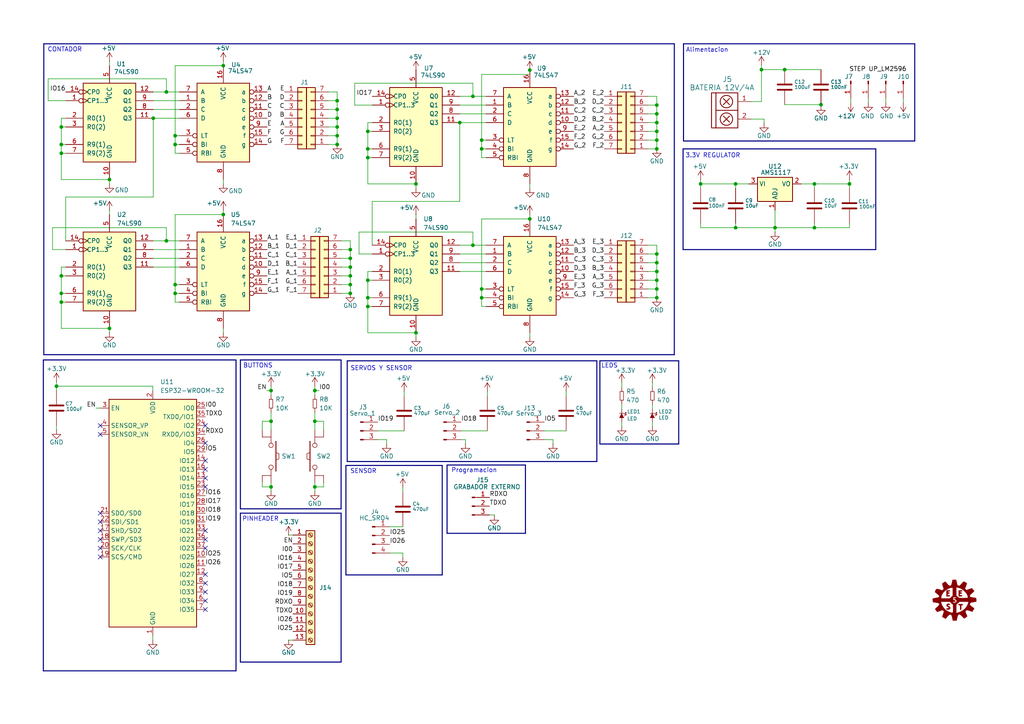
<source format=kicad_sch>
(kicad_sch (version 20250114) (generator "eeschema") (generator_version "9.0")
  (paper "A4")
  (title_block (title "Contador de Puntos") (date "2025-08-01") (rev "1.1V") (company "E.E.S.T. N°5 \"2 de abril\"") (comment 1 "Maldonado Brian"))
  (lib_symbols
    (symbol "74xx:74LS47" (pin_names (offset 1.016))
      (property "Reference" "U" (at -7.62 11.43 0))
      (property "Value" "74LS47" (at -7.62 -13.97 0))
      (symbol "74LS47_1_0"
        (pin input line (at -12.7 7.62 0) (length 5.08) (name "A") (number "7"))
        (pin input line (at -12.7 5.08 0) (length 5.08) (name "B") (number "1"))
        (pin input line (at -12.7 2.54 0) (length 5.08) (name "C") (number "2"))
        (pin input line (at -12.7 0 0) (length 5.08) (name "D") (number "6"))
        (pin input inverted (at -12.7 -5.08 0) (length 5.08) (name "LT") (number "3"))
        (pin input inverted (at -12.7 -7.62 0) (length 5.08) (name "BI") (number "4"))
        (pin input inverted (at -12.7 -10.16 0) (length 5.08) (name "RBI") (number "5"))
        (pin power_in line (at 0 15.24 270) (length 5.08) (name "VCC") (number "16"))
        (pin power_in line (at 0 -17.78 90) (length 5.08) (name "GND") (number "8"))
        (pin open_collector inverted (at 12.7 7.62 180) (length 5.08) (name "a") (number "13"))
        (pin open_collector inverted (at 12.7 5.08 180) (length 5.08) (name "b") (number "12"))
        (pin open_collector inverted (at 12.7 2.54 180) (length 5.08) (name "c") (number "11"))
        (pin open_collector inverted (at 12.7 0 180) (length 5.08) (name "d") (number "10"))
        (pin open_collector inverted (at 12.7 -2.54 180) (length 5.08) (name "e") (number "9"))
        (pin open_collector inverted (at 12.7 -5.08 180) (length 5.08) (name "f") (number "15"))
        (pin open_collector inverted (at 12.7 -7.62 180) (length 5.08) (name "g") (number "14"))
      )
    )
    (symbol "74xx:74LS90" (pin_names (offset 1.016))
      (property "Reference" "U" (at -7.62 11.43 0))
      (property "Value" "74LS90" (at -7.62 -13.97 0))
      (symbol "74LS90_1_0"
        (pin input inverted_clock (at -12.7 7.62 0) (length 5.08) (name "CP0") (number "14"))
        (pin input inverted_clock (at -12.7 5.08 0) (length 5.08) (name "CP1..3") (number "1"))
        (pin input line (at -12.7 0 0) (length 5.08) (name "R0(1)") (number "2"))
        (pin input line (at -12.7 -2.54 0) (length 5.08) (name "R0(2)") (number "3"))
        (pin input line (at -12.7 -7.62 0) (length 5.08) (name "R9(1)") (number "6"))
        (pin input line (at -12.7 -10.16 0) (length 5.08) (name "R9(2)") (number "7"))
        (pin power_in line (at 0 15.24 270) (length 5.08) (name "VCC") (number "5"))
        (pin power_in line (at 0 -17.78 90) (length 5.08) (name "GND") (number "10"))
        (pin output line (at 12.7 7.62 180) (length 5.08) (name "Q0") (number "12"))
        (pin output line (at 12.7 5.08 180) (length 5.08) (name "Q1") (number "9"))
        (pin output line (at 12.7 2.54 180) (length 5.08) (name "Q2") (number "8"))
        (pin output line (at 12.7 0 180) (length 5.08) (name "Q3") (number "11"))
      )
    )
    (symbol "Conn_01x07_1" (pin_names (offset 1.016) (hide yes))
      (property "Reference" "J13" (at 2.54 0.0001 0))
      (symbol "Conn_01x07_1_1_1"
        (pin passive line (at -5.08 7.62 0) (length 3.81) (name "Pin_1") (number "1"))
        (pin passive line (at -5.08 5.08 0) (length 3.81) (name "Pin_2") (number "2"))
        (pin passive line (at -5.08 2.54 0) (length 3.81) (name "Pin_3") (number "3"))
        (pin passive line (at -5.08 0 0) (length 3.81) (name "Pin_4") (number "4"))
        (pin passive line (at -5.08 -2.54 0) (length 3.81) (name "Pin_5") (number "5"))
        (pin passive line (at -5.08 -5.08 0) (length 3.81) (name "Pin_6") (number "6"))
        (pin passive line (at -5.08 -7.62 0) (length 3.81) (name "Pin_7") (number "7"))
        (pin passive line (at 7.62 7.62 180) (length 3.81) (name "Pin_7") (number "7"))
        (pin passive line (at 7.62 5.08 180) (length 3.81) (name "Pin_6") (number "6"))
        (pin passive line (at 7.62 2.54 180) (length 3.81) (name "Pin_5") (number "5"))
        (pin passive line (at 7.62 0 180) (length 3.81) (name "Pin_4") (number "4"))
        (pin passive line (at 7.62 -2.54 180) (length 3.81) (name "Pin_3") (number "3"))
        (pin passive line (at 7.62 -5.08 180) (length 3.81) (name "Pin_2") (number "2"))
        (pin passive line (at 7.62 -7.62 180) (length 3.81) (name "Pin_1") (number "1"))
      )
    )
    (symbol "Conn_01x07_2" (pin_names (offset 1.016) (hide yes))
      (property "Reference" "J13" (at 2.54 0.0001 0))
      (symbol "Conn_01x07_2_1_1"
        (pin passive line (at -5.08 7.62 0) (length 3.81) (name "Pin_1") (number "1"))
        (pin passive line (at -5.08 5.08 0) (length 3.81) (name "Pin_2") (number "2"))
        (pin passive line (at -5.08 2.54 0) (length 3.81) (name "Pin_3") (number "3"))
        (pin passive line (at -5.08 0 0) (length 3.81) (name "Pin_4") (number "4"))
        (pin passive line (at -5.08 -2.54 0) (length 3.81) (name "Pin_5") (number "5"))
        (pin passive line (at -5.08 -5.08 0) (length 3.81) (name "Pin_6") (number "6"))
        (pin passive line (at -5.08 -7.62 0) (length 3.81) (name "Pin_7") (number "7"))
        (pin passive line (at 7.62 7.62 180) (length 3.81) (name "Pin_7") (number "7"))
        (pin passive line (at 7.62 5.08 180) (length 3.81) (name "Pin_6") (number "6"))
        (pin passive line (at 7.62 2.54 180) (length 3.81) (name "Pin_5") (number "5"))
        (pin passive line (at 7.62 0 180) (length 3.81) (name "Pin_4") (number "4"))
        (pin passive line (at 7.62 -2.54 180) (length 3.81) (name "Pin_3") (number "3"))
        (pin passive line (at 7.62 -5.08 180) (length 3.81) (name "Pin_2") (number "2"))
        (pin passive line (at 7.62 -7.62 180) (length 3.81) (name "Pin_1") (number "1"))
      )
    )
    (symbol "Conn_01x07_3" (pin_names (offset 1.016) (hide yes))
      (property "Reference" "J13" (at 2.54 0.0001 0))
      (symbol "Conn_01x07_3_1_1"
        (pin passive line (at -5.08 7.62 0) (length 3.81) (name "Pin_1") (number "1"))
        (pin passive line (at -5.08 5.08 0) (length 3.81) (name "Pin_2") (number "2"))
        (pin passive line (at -5.08 2.54 0) (length 3.81) (name "Pin_3") (number "3"))
        (pin passive line (at -5.08 0 0) (length 3.81) (name "Pin_4") (number "4"))
        (pin passive line (at -5.08 -2.54 0) (length 3.81) (name "Pin_5") (number "5"))
        (pin passive line (at -5.08 -5.08 0) (length 3.81) (name "Pin_6") (number "6"))
        (pin passive line (at -5.08 -7.62 0) (length 3.81) (name "Pin_7") (number "7"))
        (pin passive line (at 7.62 7.62 180) (length 3.81) (name "Pin_7") (number "7"))
        (pin passive line (at 7.62 5.08 180) (length 3.81) (name "Pin_6") (number "6"))
        (pin passive line (at 7.62 2.54 180) (length 3.81) (name "Pin_5") (number "5"))
        (pin passive line (at 7.62 0 180) (length 3.81) (name "Pin_4") (number "4"))
        (pin passive line (at 7.62 -2.54 180) (length 3.81) (name "Pin_3") (number "3"))
        (pin passive line (at 7.62 -5.08 180) (length 3.81) (name "Pin_2") (number "2"))
        (pin passive line (at 7.62 -7.62 180) (length 3.81) (name "Pin_1") (number "1"))
      )
    )
    (symbol "Conn_01x07_4" (pin_names (offset 1.016) (hide yes))
      (property "Reference" "J13" (at 2.54 0.0001 0))
      (symbol "Conn_01x07_4_1_1"
        (pin passive line (at -5.08 7.62 0) (length 3.81) (name "Pin_1") (number "1"))
        (pin passive line (at -5.08 5.08 0) (length 3.81) (name "Pin_2") (number "2"))
        (pin passive line (at -5.08 2.54 0) (length 3.81) (name "Pin_3") (number "3"))
        (pin passive line (at -5.08 0 0) (length 3.81) (name "Pin_4") (number "4"))
        (pin passive line (at -5.08 -2.54 0) (length 3.81) (name "Pin_5") (number "5"))
        (pin passive line (at -5.08 -5.08 0) (length 3.81) (name "Pin_6") (number "6"))
        (pin passive line (at -5.08 -7.62 0) (length 3.81) (name "Pin_7") (number "7"))
        (pin passive line (at 7.62 7.62 180) (length 3.81) (name "Pin_7") (number "7"))
        (pin passive line (at 7.62 5.08 180) (length 3.81) (name "Pin_6") (number "6"))
        (pin passive line (at 7.62 2.54 180) (length 3.81) (name "Pin_5") (number "5"))
        (pin passive line (at 7.62 0 180) (length 3.81) (name "Pin_4") (number "4"))
        (pin passive line (at 7.62 -2.54 180) (length 3.81) (name "Pin_3") (number "3"))
        (pin passive line (at 7.62 -5.08 180) (length 3.81) (name "Pin_2") (number "2"))
        (pin passive line (at 7.62 -7.62 180) (length 3.81) (name "Pin_1") (number "1"))
      )
    )
    (symbol "Connector:Conn_01x01_Pin" (pin_names (offset 1.016) (hide yes))
      (property "Reference" "J" (at 0 2.54 0))
      (property "Value" "Conn_01x01_Pin" (at 0 -2.54 0))
      (symbol "Conn_01x01_Pin_1_1"
        (pin passive line (at 5.08 0 180) (length 3.81) (name "Pin_1") (number "1"))
      )
    )
    (symbol "Connector:Conn_01x03_Pin" (pin_names (offset 1.016) (hide yes))
      (property "Reference" "J" (at 0 5.08 0))
      (property "Value" "Conn_01x03_Pin" (at 0 -5.08 0))
      (symbol "Conn_01x03_Pin_1_1"
        (pin passive line (at 5.08 2.54 180) (length 3.81) (name "Pin_1") (number "1"))
        (pin passive line (at 5.08 0 180) (length 3.81) (name "Pin_2") (number "2"))
        (pin passive line (at 5.08 -2.54 180) (length 3.81) (name "Pin_3") (number "3"))
      )
    )
    (symbol "Connector:Conn_01x04_Pin" (pin_names (offset 1.016) (hide yes))
      (property "Reference" "J" (at 0 5.08 0))
      (property "Value" "Conn_01x04_Pin" (at 0 -7.62 0))
      (symbol "Conn_01x04_Pin_1_1"
        (pin passive line (at 5.08 2.54 180) (length 3.81) (name "Pin_1") (number "1"))
        (pin passive line (at 5.08 0 180) (length 3.81) (name "Pin_2") (number "2"))
        (pin passive line (at 5.08 -2.54 180) (length 3.81) (name "Pin_3") (number "3"))
        (pin passive line (at 5.08 -5.08 180) (length 3.81) (name "Pin_4") (number "4"))
      )
    )
    (symbol "Connector:Screw_Terminal_01x13" (pin_names (offset 1.016) (hide yes))
      (property "Reference" "J" (at 0 17.78 0))
      (property "Value" "Screw_Terminal_01x13" (at 0 -17.78 0))
      (symbol "Screw_Terminal_01x13_1_1"
        (pin passive line (at -5.08 15.24 0) (length 3.81) (name "Pin_1") (number "1"))
        (pin passive line (at -5.08 12.7 0) (length 3.81) (name "Pin_2") (number "2"))
        (pin passive line (at -5.08 10.16 0) (length 3.81) (name "Pin_3") (number "3"))
        (pin passive line (at -5.08 7.62 0) (length 3.81) (name "Pin_4") (number "4"))
        (pin passive line (at -5.08 5.08 0) (length 3.81) (name "Pin_5") (number "5"))
        (pin passive line (at -5.08 2.54 0) (length 3.81) (name "Pin_6") (number "6"))
        (pin passive line (at -5.08 0 0) (length 3.81) (name "Pin_7") (number "7"))
        (pin passive line (at -5.08 -2.54 0) (length 3.81) (name "Pin_8") (number "8"))
        (pin passive line (at -5.08 -5.08 0) (length 3.81) (name "Pin_9") (number "9"))
        (pin passive line (at -5.08 -7.62 0) (length 3.81) (name "Pin_10") (number "10"))
        (pin passive line (at -5.08 -10.16 0) (length 3.81) (name "Pin_11") (number "11"))
        (pin passive line (at -5.08 -12.7 0) (length 3.81) (name "Pin_12") (number "12"))
        (pin passive line (at -5.08 -15.24 0) (length 3.81) (name "Pin_13") (number "13"))
      )
    )
    (symbol "EESTN5:C" (pin_numbers (hide yes)) (pin_names (offset 0.254))
      (property "Reference" "C" (at 0 2.54 0))
      (property "Value" "C" (at 0.1524 -2.159 0))
      (symbol "C_1_1"
        (pin passive line (at 0 5.08 270) (length 4.318) (name "~") (number "1"))
        (pin passive line (at 0 -5.08 90) (length 4.318) (name "~") (number "2"))
      )
    )
    (symbol "EESTN5:LED" (pin_numbers (hide yes)) (pin_names (offset 1.016) (hide yes))
      (property "Reference" "LED" (at 0 2.54 0))
      (property "Value" "LED" (at 0 -2.54 0))
      (symbol "LED_1_1"
        (pin passive line (at -1.27 0 0) (length 1.27) (name "A") (number "1"))
        (pin passive line (at 2.54 0 180) (length 1.27) (name "K") (number "2"))
      )
    )
    (symbol "EESTN5:LOGO_ROTULO" (pin_names (offset 1.016)))
    (symbol "EESTN5:R" (pin_numbers (hide yes)) (pin_names (offset 0))
      (property "Reference" "R" (at -1.27 0 90))
      (property "Value" "R" (at 1.27 0 90))
      (symbol "R_1_1"
        (pin passive line (at 0 2.54 270) (length 1.27) (name "~") (number "1"))
        (pin passive line (at 0 -2.54 90) (length 1.27) (name "~") (number "2"))
      )
    )
    (symbol "EESTN5:SW_PUSH" (pin_numbers (hide yes)) (pin_names (offset 1.016) (hide yes))
      (property "Reference" "SW" (at 3.81 2.794 0))
      (symbol "SW_PUSH_0_1"
        (pin passive inverted (at -7.62 0 0) (length 5.08) (name "1") (number "1"))
        (pin passive inverted (at 7.62 0 180) (length 5.08) (name "3") (number "3"))
      )
      (symbol "SW_PUSH_1_1"
        (pin input line (at -7.62 -2.54 0) (length 2.0066) (name "2") (number "2"))
        (pin input line (at 7.62 -2.54 180) (length 2.0066) (name "4") (number "4"))
      )
    )
    (symbol "EESTN5:TB_1X2" (pin_names (offset 1.016))
      (property "Reference" "J" (at 0 7.62 0))
      (property "Value" "TB_1X2" (at 1.27 -7.62 0))
      (symbol "TB_1X2_1_1"
        (pin input line (at 8.89 2.54 180) (length 3.81) (name "~") (number "1"))
        (pin input line (at 8.89 -2.54 180) (length 3.81) (name "~") (number "2"))
      )
    )
    (symbol "RF_Module:ESP32-WROOM-32"
      (property "Reference" "U" (at -12.7 34.29 0))
      (property "Value" "ESP32-WROOM-32" (at 1.27 34.29 0))
      (symbol "ESP32-WROOM-32_1_1"
        (pin input line (at -15.24 30.48 0) (length 2.54) (name "EN") (number "3"))
        (pin input line (at -15.24 25.4 0) (length 2.54) (name "SENSOR_VP") (number "4"))
        (pin input line (at -15.24 22.86 0) (length 2.54) (name "SENSOR_VN") (number "5"))
        (pin bidirectional line (at -15.24 0 0) (length 2.54) (name "SDO/SD0") (number "21"))
        (pin bidirectional line (at -15.24 -2.54 0) (length 2.54) (name "SDI/SD1") (number "22"))
        (pin bidirectional line (at -15.24 -5.08 0) (length 2.54) (name "SHD/SD2") (number "17"))
        (pin bidirectional line (at -15.24 -7.62 0) (length 2.54) (name "SWP/SD3") (number "18"))
        (pin bidirectional line (at -15.24 -10.16 0) (length 2.54) (name "SCK/CLK") (number "20"))
        (pin bidirectional line (at -15.24 -12.7 0) (length 2.54) (name "SCS/CMD") (number "19"))
        (pin no_connect line (at -12.7 -27.94 0) (length 2.54) (hide yes) (name "NC") (number "32"))
        (pin power_in line (at 0 35.56 270) (length 2.54) (name "VDD") (number "2"))
        (pin power_in line (at 0 -35.56 90) (length 2.54) (name "GND") (number "1"))
        (pin passive line (at 0 -35.56 90) (length 2.54) (hide yes) (name "GND") (number "15"))
        (pin passive line (at 0 -35.56 90) (length 2.54) (hide yes) (name "GND") (number "38"))
        (pin passive line (at 0 -35.56 90) (length 2.54) (hide yes) (name "GND") (number "39"))
        (pin bidirectional line (at 15.24 30.48 180) (length 2.54) (name "IO0") (number "25"))
        (pin bidirectional line (at 15.24 27.94 180) (length 2.54) (name "TXD0/IO1") (number "35"))
        (pin bidirectional line (at 15.24 25.4 180) (length 2.54) (name "IO2") (number "24"))
        (pin bidirectional line (at 15.24 22.86 180) (length 2.54) (name "RXD0/IO3") (number "34"))
        (pin bidirectional line (at 15.24 20.32 180) (length 2.54) (name "IO4") (number "26"))
        (pin bidirectional line (at 15.24 17.78 180) (length 2.54) (name "IO5") (number "29"))
        (pin bidirectional line (at 15.24 15.24 180) (length 2.54) (name "IO12") (number "14"))
        (pin bidirectional line (at 15.24 12.7 180) (length 2.54) (name "IO13") (number "16"))
        (pin bidirectional line (at 15.24 10.16 180) (length 2.54) (name "IO14") (number "13"))
        (pin bidirectional line (at 15.24 7.62 180) (length 2.54) (name "IO15") (number "23"))
        (pin bidirectional line (at 15.24 5.08 180) (length 2.54) (name "IO16") (number "27"))
        (pin bidirectional line (at 15.24 2.54 180) (length 2.54) (name "IO17") (number "28"))
        (pin bidirectional line (at 15.24 0 180) (length 2.54) (name "IO18") (number "30"))
        (pin bidirectional line (at 15.24 -2.54 180) (length 2.54) (name "IO19") (number "31"))
        (pin bidirectional line (at 15.24 -5.08 180) (length 2.54) (name "IO21") (number "33"))
        (pin bidirectional line (at 15.24 -7.62 180) (length 2.54) (name "IO22") (number "36"))
        (pin bidirectional line (at 15.24 -10.16 180) (length 2.54) (name "IO23") (number "37"))
        (pin bidirectional line (at 15.24 -12.7 180) (length 2.54) (name "IO25") (number "10"))
        (pin bidirectional line (at 15.24 -15.24 180) (length 2.54) (name "IO26") (number "11"))
        (pin bidirectional line (at 15.24 -17.78 180) (length 2.54) (name "IO27") (number "12"))
        (pin bidirectional line (at 15.24 -20.32 180) (length 2.54) (name "IO32") (number "8"))
        (pin bidirectional line (at 15.24 -22.86 180) (length 2.54) (name "IO33") (number "9"))
        (pin input line (at 15.24 -25.4 180) (length 2.54) (name "IO34") (number "6"))
        (pin input line (at 15.24 -27.94 180) (length 2.54) (name "IO35") (number "7"))
      )
    )
    (symbol "Regulator_Linear:AMS1117"
      (property "Reference" "U" (at -3.81 3.175 0))
      (property "Value" "AMS1117" (at 0 3.175 0))
      (symbol "AMS1117_1_1"
        (pin power_in line (at -7.62 0 0) (length 2.54) (name "VI") (number "3"))
        (pin input line (at 0 -7.62 90) (length 2.54) (name "ADJ") (number "1"))
        (pin power_out line (at 7.62 0 180) (length 2.54) (name "VO") (number "2"))
      )
    )
    (symbol "power:+12V" (power) (pin_names (offset 0))
      (property "Value" "+12V" (at 0 3.556 0))
      (symbol "+12V_1_1"
        (pin power_in line (at 0 0 90) (length 0) (hide yes) (name "+12V") (number "1"))
      )
    )
    (symbol "power:+3.3V" (power) (pin_numbers (hide yes)) (pin_names (offset 0) (hide yes))
      (property "Value" "+3.3V" (at 0 3.556 0))
      (symbol "+3.3V_1_1"
        (pin power_in line (at 0 0 90) (length 0) (name "~") (number "1"))
      )
    )
    (symbol "power:+5V" (power) (pin_numbers (hide yes)) (pin_names (offset 0) (hide yes))
      (property "Value" "+5V" (at 0 3.556 0))
      (symbol "+5V_1_1"
        (pin power_in line (at 0 0 90) (length 0) (name "~") (number "1"))
      )
    )
    (symbol "power:GND" (power) (pin_numbers (hide yes)) (pin_names (offset 0) (hide yes))
      (property "Value" "GND" (at 0 -3.81 0))
      (symbol "GND_1_1"
        (pin power_in line (at 0 0 270) (length 0) (name "~") (number "1"))
      )
    )
  )
  (text "BUTTONS" (at 74.803 106.172 0) (effects (font (size 1.27 1.27))))
  (text "Programacion\n" (at 137.541 136.525 0) (effects (font (size 1.27 1.27))))
  (text "PINHEADER\n" (at 75.565 150.622 0) (effects (font (size 1.27 1.27))))
  (text "SERVOS Y SENSOR\n" (at 110.617 106.934 0) (effects (font (size 1.27 1.27))))
  (text "CONTADOR\n" (at 18.796 14.478 0) (effects (font (size 1.27 1.27))))
  (text "3.3V REGULATOR\n" (at 206.756 45.212 0) (effects (font (size 1.27 1.27))))
  (text "SENSOR\n" (at 105.41 136.779 0) (effects (font (size 1.27 1.27))))
  (text "STEP UP_LM2596\n" (at 254.635 20.193 0) (effects (font (size 1.27 1.27))))
  (text "Alimentacion\n" (at 205.105 14.605 0) (effects (font (size 1.27 1.27))))
  (text "LEDS" (at 176.784 106.172 0) (effects (font (size 1.27 1.27))))
  (junction (at 190.5 40.64))
  (junction (at 78.613 141.224))
  (junction (at 97.79 31.75))
  (junction (at 101.6 77.47))
  (junction (at 17.78 36.83))
  (junction (at 97.79 29.21))
  (junction (at 236.22 66.04))
  (junction (at 213.36 66.04))
  (junction (at 101.6 85.09))
  (junction (at 106.68 81.28))
  (junction (at 48.26 26.67))
  (junction (at 120.65 96.52))
  (junction (at 101.6 80.01))
  (junction (at 224.79 66.04))
  (junction (at 97.79 36.83))
  (junction (at 120.65 53.34))
  (junction (at 64.77 62.23))
  (junction (at 190.5 76.2))
  (junction (at 190.5 33.02))
  (junction (at 227.584 20.193))
  (junction (at 190.5 30.48))
  (junction (at 137.16 27.94))
  (junction (at 190.5 43.18))
  (junction (at 137.16 71.12))
  (junction (at 133.35 35.56))
  (junction (at 50.8 39.37))
  (junction (at 190.5 73.66))
  (junction (at 78.613 113.284))
  (junction (at 16.383 112.014))
  (junction (at 190.5 78.74))
  (junction (at 190.5 81.28))
  (junction (at 153.67 63.5))
  (junction (at 31.75 52.07))
  (junction (at 17.78 85.09))
  (junction (at 17.78 87.63))
  (junction (at 190.5 38.1))
  (junction (at 106.68 88.9))
  (junction (at 31.75 95.25))
  (junction (at 203.2 53.34))
  (junction (at 97.79 34.29))
  (junction (at 101.6 74.93))
  (junction (at 78.613 122.174))
  (junction (at 190.5 86.36))
  (junction (at 17.78 80.01))
  (junction (at 139.7 40.64))
  (junction (at 17.78 44.45))
  (junction (at 238.125 30.353))
  (junction (at 106.68 38.1))
  (junction (at 91.313 141.224))
  (junction (at 139.7 83.82))
  (junction (at 91.313 113.284))
  (junction (at 97.79 39.37))
  (junction (at 44.45 34.29))
  (junction (at 106.68 45.72))
  (junction (at 236.22 53.34))
  (junction (at 213.36 53.34))
  (junction (at 17.78 41.91))
  (junction (at 106.68 43.18))
  (junction (at 91.313 122.174))
  (junction (at 220.853 20.193))
  (junction (at 106.68 86.36))
  (junction (at 50.8 82.55))
  (junction (at 190.5 35.56))
  (junction (at 48.26 69.85))
  (junction (at 101.6 72.39))
  (junction (at 139.7 43.18))
  (junction (at 50.8 41.91))
  (junction (at 50.8 85.09))
  (junction (at 64.77 19.05))
  (junction (at 246.38 53.34))
  (junction (at 101.6 82.55))
  (junction (at 153.67 20.32))
  (junction (at 190.5 83.82))
  (junction (at 139.7 86.36))
  (junction (at 97.79 41.91))
  (no_connect (at 59.563 128.524))
  (no_connect (at 59.563 133.604))
  (no_connect (at 29.083 148.844))
  (no_connect (at 59.563 169.164))
  (no_connect (at 29.083 125.984))
  (no_connect (at 59.563 159.004))
  (no_connect (at 29.083 123.444))
  (no_connect (at 29.083 161.544))
  (no_connect (at 59.563 123.444))
  (no_connect (at 59.563 176.784))
  (no_connect (at 59.563 174.244))
  (no_connect (at 59.563 166.624))
  (no_connect (at 59.563 141.224))
  (no_connect (at 59.563 156.464))
  (no_connect (at 29.083 159.004))
  (no_connect (at 59.563 138.684))
  (no_connect (at 59.563 136.144))
  (no_connect (at 29.083 151.384))
  (no_connect (at 59.563 153.924))
  (no_connect (at 29.083 153.924))
  (no_connect (at 29.083 156.464))
  (no_connect (at 59.563 171.704))
  (wire (pts (xy 91.313 119.634) (xy 91.313 122.174)))
  (wire (pts (xy 236.22 66.04) (xy 224.79 66.04)))
  (wire (pts (xy 180.34 122.428) (xy 180.34 123.698)))
  (wire (pts (xy 27.813 118.364) (xy 29.083 118.364)))
  (wire (pts (xy 50.8 87.63) (xy 52.07 87.63)))
  (wire (pts (xy 17.78 87.63) (xy 17.78 95.25)))
  (wire (pts (xy 157.861 127.508) (xy 160.401 127.508)))
  (wire (pts (xy 187.96 83.82) (xy 190.5 83.82)))
  (wire (pts (xy 44.45 77.47) (xy 52.07 77.47)))
  (wire (pts (xy 44.45 26.67) (xy 48.26 26.67)))
  (wire (pts (xy 137.16 27.94) (xy 140.97 27.94)))
  (wire (pts (xy 17.78 36.83) (xy 17.78 41.91)))
  (wire (pts (xy 187.96 40.64) (xy 190.5 40.64)))
  (wire (pts (xy 187.96 71.12) (xy 190.5 71.12)))
  (wire (pts (xy 190.5 71.12) (xy 190.5 73.66)))
  (wire (pts (xy 44.323 112.014) (xy 44.323 113.284)))
  (wire (pts (xy 95.25 26.67) (xy 97.79 26.67)))
  (wire (pts (xy 139.7 45.72) (xy 140.97 45.72)))
  (wire (pts (xy 17.78 41.91) (xy 19.05 41.91)))
  (wire (pts (xy 95.25 31.75) (xy 97.79 31.75)))
  (bus (pts (xy 100.33 135.001) (xy 100.33 166.751)))
  (wire (pts (xy 17.78 80.01) (xy 19.05 80.01)))
  (wire (pts (xy 106.68 96.52) (xy 106.68 88.9)))
  (wire (pts (xy 116.84 141.351) (xy 116.84 142.621)))
  (wire (pts (xy 109.601 127.508) (xy 112.141 127.508)))
  (wire (pts (xy 95.25 39.37) (xy 97.79 39.37)))
  (wire (pts (xy 95.25 29.21) (xy 97.79 29.21)))
  (wire (pts (xy 187.96 35.56) (xy 190.5 35.56)))
  (wire (pts (xy 93.853 122.174) (xy 93.853 124.714)))
  (wire (pts (xy 190.5 78.74) (xy 190.5 81.28)))
  (wire (pts (xy 15.24 72.39) (xy 15.24 66.04)))
  (wire (pts (xy 106.68 45.72) (xy 106.68 53.34)))
  (bus (pts (xy 198.12 72.39) (xy 254 72.39)))
  (wire (pts (xy 152.4 68.58) (xy 153.67 68.58)))
  (wire (pts (xy 91.313 113.284) (xy 91.313 114.554)))
  (wire (pts (xy 203.2 53.34) (xy 213.36 53.34)))
  (wire (pts (xy 113.03 152.781) (xy 116.84 152.781)))
  (wire (pts (xy 221.615 34.544) (xy 221.615 35.814)))
  (wire (pts (xy 64.77 17.78) (xy 64.77 19.05)))
  (wire (pts (xy 101.6 69.85) (xy 101.6 72.39)))
  (bus (pts (xy 12.573 194.564) (xy 12.573 104.394)))
  (wire (pts (xy 220.853 18.923) (xy 220.853 20.193)))
  (wire (pts (xy 17.78 52.07) (xy 31.75 52.07)))
  (wire (pts (xy 220.853 20.193) (xy 220.853 29.464)))
  (wire (pts (xy 83.693 155.194) (xy 84.963 155.194)))
  (wire (pts (xy 106.68 53.34) (xy 120.65 53.34)))
  (wire (pts (xy 101.6 77.47) (xy 101.6 80.01)))
  (wire (pts (xy 139.7 21.59) (xy 153.67 21.59)))
  (wire (pts (xy 31.75 52.07) (xy 31.75 53.34)))
  (wire (pts (xy 117.221 113.538) (xy 117.221 114.808)))
  (wire (pts (xy 246.761 28.575) (xy 246.761 29.845)))
  (wire (pts (xy 139.7 40.64) (xy 139.7 43.18)))
  (wire (pts (xy 99.06 77.47) (xy 101.6 77.47)))
  (wire (pts (xy 140.97 83.82) (xy 139.7 83.82)))
  (wire (pts (xy 91.313 122.174) (xy 91.313 124.714)))
  (wire (pts (xy 106.68 81.28) (xy 106.68 86.36)))
  (wire (pts (xy 44.45 29.21) (xy 52.07 29.21)))
  (wire (pts (xy 50.8 39.37) (xy 50.8 41.91)))
  (wire (pts (xy 137.16 67.31) (xy 137.16 71.12)))
  (wire (pts (xy 224.79 67.31) (xy 224.79 66.04)))
  (bus (pts (xy 196.85 104.648) (xy 173.99 104.648)))
  (bus (pts (xy 129.667 134.874) (xy 129.667 154.686)))
  (wire (pts (xy 17.78 44.45) (xy 17.78 52.07)))
  (wire (pts (xy 190.5 40.64) (xy 190.5 43.18)))
  (wire (pts (xy 52.07 82.55) (xy 50.8 82.55)))
  (wire (pts (xy 120.65 96.52) (xy 106.68 96.52)))
  (bus (pts (xy 69.723 147.574) (xy 98.933 147.574)))
  (wire (pts (xy 187.96 38.1) (xy 190.5 38.1)))
  (wire (pts (xy 246.38 64.77) (xy 246.38 66.04)))
  (wire (pts (xy 77.343 113.284) (xy 78.613 113.284)))
  (wire (pts (xy 133.35 33.02) (xy 140.97 33.02)))
  (wire (pts (xy 50.8 62.23) (xy 64.77 62.23)))
  (bus (pts (xy 98.933 148.844) (xy 98.933 192.024)))
  (bus (pts (xy 100.33 135.001) (xy 128.27 135.001)))
  (wire (pts (xy 107.95 81.28) (xy 106.68 81.28)))
  (wire (pts (xy 76.073 122.174) (xy 76.073 124.714)))
  (wire (pts (xy 106.68 45.72) (xy 107.95 45.72)))
  (bus (pts (xy 254 43.18) (xy 198.12 43.18)))
  (wire (pts (xy 91.313 141.224) (xy 91.313 142.494)))
  (wire (pts (xy 139.7 88.9) (xy 139.7 86.36)))
  (wire (pts (xy 102.87 30.48) (xy 102.87 24.13)))
  (wire (pts (xy 44.323 184.404) (xy 44.323 185.674)))
  (wire (pts (xy 64.77 19.05) (xy 50.8 19.05)))
  (wire (pts (xy 106.68 86.36) (xy 106.68 88.9)))
  (wire (pts (xy 78.613 122.174) (xy 78.613 124.714)))
  (wire (pts (xy 190.5 35.56) (xy 190.5 38.1)))
  (wire (pts (xy 95.25 34.29) (xy 97.79 34.29)))
  (wire (pts (xy 180.34 110.998) (xy 180.34 112.268)))
  (wire (pts (xy 120.65 96.52) (xy 120.65 97.79)))
  (wire (pts (xy 187.96 30.48) (xy 190.5 30.48)))
  (wire (pts (xy 227.584 20.193) (xy 238.125 20.193)))
  (wire (pts (xy 187.96 76.2) (xy 190.5 76.2)))
  (wire (pts (xy 91.313 122.174) (xy 93.853 122.174)))
  (wire (pts (xy 44.45 57.15) (xy 19.05 57.15)))
  (wire (pts (xy 17.78 95.25) (xy 31.75 95.25)))
  (wire (pts (xy 97.79 29.21) (xy 97.79 31.75)))
  (wire (pts (xy 256.921 28.575) (xy 256.921 29.845)))
  (wire (pts (xy 139.7 86.36) (xy 140.97 86.36)))
  (wire (pts (xy 109.601 124.968) (xy 117.221 124.968)))
  (wire (pts (xy 48.26 66.04) (xy 48.26 69.85)))
  (wire (pts (xy 187.96 73.66) (xy 190.5 73.66)))
  (wire (pts (xy 104.14 67.31) (xy 137.16 67.31)))
  (wire (pts (xy 44.45 74.93) (xy 52.07 74.93)))
  (wire (pts (xy 141.986 149.352) (xy 143.383 149.352)))
  (bus (pts (xy 100.711 104.648) (xy 173.101 104.648)))
  (wire (pts (xy 189.23 122.428) (xy 189.23 123.698)))
  (wire (pts (xy 106.68 88.9) (xy 107.95 88.9)))
  (bus (pts (xy 12.7 12.7) (xy 195.58 12.7)))
  (wire (pts (xy 19.05 77.47) (xy 17.78 77.47)))
  (wire (pts (xy 93.853 141.224) (xy 91.313 141.224)))
  (wire (pts (xy 139.7 83.82) (xy 139.7 86.36)))
  (bus (pts (xy 129.667 134.874) (xy 152.4 134.874)))
  (bus (pts (xy 68.453 194.564) (xy 12.573 194.564)))
  (wire (pts (xy 107.95 58.42) (xy 133.35 58.42)))
  (wire (pts (xy 238.125 30.353) (xy 238.125 30.734)))
  (wire (pts (xy 97.79 39.37) (xy 97.79 41.91)))
  (wire (pts (xy 133.35 73.66) (xy 140.97 73.66)))
  (bus (pts (xy 198.12 43.18) (xy 198.12 72.39)))
  (wire (pts (xy 106.68 78.74) (xy 107.95 78.74)))
  (wire (pts (xy 91.313 139.954) (xy 91.313 141.224)))
  (wire (pts (xy 95.25 41.91) (xy 97.79 41.91)))
  (wire (pts (xy 17.78 34.29) (xy 17.78 36.83)))
  (wire (pts (xy 107.95 58.42) (xy 107.95 71.12)))
  (wire (pts (xy 133.35 35.56) (xy 140.97 35.56)))
  (wire (pts (xy 101.6 74.93) (xy 101.6 77.47)))
  (wire (pts (xy 189.23 117.348) (xy 189.23 118.618)))
  (bus (pts (xy 128.27 135.001) (xy 128.27 166.751)))
  (wire (pts (xy 17.78 87.63) (xy 19.05 87.63)))
  (wire (pts (xy 17.78 85.09) (xy 19.05 85.09)))
  (bus (pts (xy 98.933 147.574) (xy 98.933 104.394)))
  (wire (pts (xy 133.35 35.56) (xy 133.35 58.42)))
  (wire (pts (xy 133.35 71.12) (xy 137.16 71.12)))
  (wire (pts (xy 99.06 80.01) (xy 101.6 80.01)))
  (wire (pts (xy 31.75 17.78) (xy 31.75 19.05)))
  (wire (pts (xy 232.41 53.34) (xy 236.22 53.34)))
  (wire (pts (xy 246.38 54.61) (xy 246.38 53.34)))
  (wire (pts (xy 48.26 22.86) (xy 48.26 26.67)))
  (wire (pts (xy 139.7 43.18) (xy 139.7 45.72)))
  (wire (pts (xy 133.35 78.74) (xy 140.97 78.74)))
  (wire (pts (xy 91.313 112.014) (xy 91.313 113.284)))
  (wire (pts (xy 190.5 33.02) (xy 190.5 35.56)))
  (wire (pts (xy 16.383 110.744) (xy 16.383 112.014)))
  (wire (pts (xy 213.36 54.61) (xy 213.36 53.34)))
  (wire (pts (xy 52.07 39.37) (xy 50.8 39.37)))
  (wire (pts (xy 17.78 44.45) (xy 19.05 44.45)))
  (wire (pts (xy 107.95 86.36) (xy 106.68 86.36)))
  (wire (pts (xy 97.79 36.83) (xy 97.79 39.37)))
  (wire (pts (xy 227.584 20.193) (xy 220.853 20.193)))
  (wire (pts (xy 190.5 38.1) (xy 190.5 40.64)))
  (bus (pts (xy 196.85 128.778) (xy 196.85 104.648)))
  (wire (pts (xy 140.97 88.9) (xy 139.7 88.9)))
  (wire (pts (xy 153.67 53.34) (xy 153.67 54.61)))
  (wire (pts (xy 133.35 30.48) (xy 140.97 30.48)))
  (bus (pts (xy 69.723 192.024) (xy 69.723 148.844)))
  (wire (pts (xy 203.2 66.04) (xy 213.36 66.04)))
  (wire (pts (xy 50.8 82.55) (xy 50.8 85.09)))
  (wire (pts (xy 16.383 112.014) (xy 16.383 113.284)))
  (wire (pts (xy 78.613 139.954) (xy 78.613 141.224)))
  (wire (pts (xy 91.313 113.284) (xy 92.583 113.284)))
  (bus (pts (xy 12.7 102.87) (xy 12.7 12.7)))
  (bus (pts (xy 69.723 104.394) (xy 69.723 147.574)))
  (wire (pts (xy 190.5 81.28) (xy 190.5 83.82)))
  (wire (pts (xy 104.14 73.66) (xy 104.14 67.31)))
  (wire (pts (xy 107.95 38.1) (xy 106.68 38.1)))
  (wire (pts (xy 139.7 63.5) (xy 153.67 63.5)))
  (wire (pts (xy 135.001 127.508) (xy 133.731 127.508)))
  (wire (pts (xy 78.613 113.284) (xy 78.613 114.554)))
  (wire (pts (xy 101.6 80.01) (xy 101.6 82.55)))
  (wire (pts (xy 133.35 76.2) (xy 140.97 76.2)))
  (wire (pts (xy 133.731 124.968) (xy 141.351 124.968)))
  (wire (pts (xy 50.8 82.55) (xy 50.8 62.23)))
  (wire (pts (xy 236.22 53.34) (xy 246.38 53.34)))
  (wire (pts (xy 139.7 21.59) (xy 139.7 40.64)))
  (bus (pts (xy 265.303 40.894) (xy 198.247 40.894)))
  (wire (pts (xy 106.68 43.18) (xy 106.68 45.72)))
  (wire (pts (xy 107.95 43.18) (xy 106.68 43.18)))
  (wire (pts (xy 137.16 24.13) (xy 137.16 27.94)))
  (wire (pts (xy 17.78 80.01) (xy 17.78 85.09)))
  (wire (pts (xy 213.36 66.04) (xy 224.79 66.04)))
  (wire (pts (xy 187.96 86.36) (xy 190.5 86.36)))
  (wire (pts (xy 97.79 26.67) (xy 97.79 29.21)))
  (wire (pts (xy 139.7 43.18) (xy 140.97 43.18)))
  (wire (pts (xy 17.78 41.91) (xy 17.78 44.45)))
  (wire (pts (xy 189.23 110.998) (xy 189.23 112.268)))
  (wire (pts (xy 187.96 27.94) (xy 190.5 27.94)))
  (wire (pts (xy 236.22 54.61) (xy 236.22 53.34)))
  (wire (pts (xy 31.75 60.96) (xy 31.75 62.23)))
  (bus (pts (xy 198.247 12.7) (xy 265.303 12.7)))
  (bus (pts (xy 173.99 128.778) (xy 196.85 128.778)))
  (wire (pts (xy 220.853 29.464) (xy 217.805 29.464)))
  (wire (pts (xy 203.2 64.77) (xy 203.2 66.04)))
  (wire (pts (xy 97.79 31.75) (xy 97.79 34.29)))
  (wire (pts (xy 16.383 112.014) (xy 44.323 112.014)))
  (wire (pts (xy 48.26 69.85) (xy 52.07 69.85)))
  (wire (pts (xy 190.5 30.48) (xy 190.5 33.02)))
  (bus (pts (xy 12.573 104.394) (xy 68.453 104.394)))
  (bus (pts (xy 265.303 12.7) (xy 265.303 40.894)))
  (wire (pts (xy 101.6 82.55) (xy 101.6 85.09)))
  (wire (pts (xy 16.383 123.444) (xy 16.383 124.714)))
  (wire (pts (xy 64.77 95.25) (xy 64.77 96.52)))
  (wire (pts (xy 213.36 53.34) (xy 217.17 53.34)))
  (wire (pts (xy 180.34 117.348) (xy 180.34 118.618)))
  (wire (pts (xy 120.65 62.23) (xy 120.65 63.5)))
  (wire (pts (xy 203.2 52.07) (xy 203.2 53.34)))
  (bus (pts (xy 195.58 12.7) (xy 195.58 102.87)))
  (wire (pts (xy 15.24 66.04) (xy 48.26 66.04)))
  (wire (pts (xy 143.383 149.606) (xy 143.383 149.352)))
  (wire (pts (xy 153.67 20.32) (xy 153.67 21.59)))
  (wire (pts (xy 64.77 60.96) (xy 64.77 62.23)))
  (wire (pts (xy 17.78 77.47) (xy 17.78 80.01)))
  (wire (pts (xy 99.06 82.55) (xy 101.6 82.55)))
  (wire (pts (xy 50.8 85.09) (xy 50.8 87.63)))
  (wire (pts (xy 190.5 76.2) (xy 190.5 78.74)))
  (wire (pts (xy 187.96 81.28) (xy 190.5 81.28)))
  (bus (pts (xy 68.453 104.394) (xy 68.453 194.564)))
  (bus (pts (xy 69.723 148.844) (xy 98.933 148.844)))
  (wire (pts (xy 107.95 30.48) (xy 102.87 30.48)))
  (wire (pts (xy 64.77 52.07) (xy 64.77 53.34)))
  (wire (pts (xy 224.79 66.04) (xy 224.79 60.96)))
  (bus (pts (xy 98.933 192.024) (xy 69.723 192.024)))
  (wire (pts (xy 19.05 34.29) (xy 17.78 34.29)))
  (wire (pts (xy 113.03 160.401) (xy 116.84 160.401)))
  (wire (pts (xy 236.22 66.04) (xy 246.38 66.04)))
  (wire (pts (xy 76.073 139.954) (xy 76.073 141.224)))
  (wire (pts (xy 190.5 73.66) (xy 190.5 76.2)))
  (wire (pts (xy 44.45 72.39) (xy 52.07 72.39)))
  (wire (pts (xy 262.001 28.575) (xy 262.001 29.845)))
  (wire (pts (xy 99.06 74.93) (xy 101.6 74.93)))
  (wire (pts (xy 107.95 73.66) (xy 104.14 73.66)))
  (wire (pts (xy 139.7 83.82) (xy 139.7 63.5)))
  (wire (pts (xy 78.613 122.174) (xy 76.073 122.174)))
  (wire (pts (xy 78.613 119.634) (xy 78.613 122.174)))
  (wire (pts (xy 19.05 29.21) (xy 13.97 29.21)))
  (wire (pts (xy 44.45 34.29) (xy 52.07 34.29)))
  (wire (pts (xy 44.45 69.85) (xy 48.26 69.85)))
  (wire (pts (xy 99.06 85.09) (xy 101.6 85.09)))
  (wire (pts (xy 135.001 128.778) (xy 135.001 127.508)))
  (wire (pts (xy 50.8 85.09) (xy 52.07 85.09)))
  (wire (pts (xy 187.96 43.18) (xy 190.5 43.18)))
  (wire (pts (xy 97.79 34.29) (xy 97.79 36.83)))
  (wire (pts (xy 99.06 72.39) (xy 101.6 72.39)))
  (bus (pts (xy 173.99 104.648) (xy 173.99 128.778)))
  (wire (pts (xy 106.68 81.28) (xy 106.68 78.74)))
  (wire (pts (xy 140.97 40.64) (xy 139.7 40.64)))
  (wire (pts (xy 190.5 83.82) (xy 190.5 86.36)))
  (wire (pts (xy 190.5 27.94) (xy 190.5 30.48)))
  (wire (pts (xy 78.613 112.014) (xy 78.613 113.284)))
  (wire (pts (xy 78.613 141.224) (xy 78.613 142.494)))
  (wire (pts (xy 187.96 78.74) (xy 190.5 78.74)))
  (wire (pts (xy 213.36 64.77) (xy 213.36 66.04)))
  (bus (pts (xy 98.933 104.394) (xy 69.723 104.394)))
  (wire (pts (xy 101.6 72.39) (xy 101.6 74.93)))
  (wire (pts (xy 13.97 29.21) (xy 13.97 22.86)))
  (wire (pts (xy 251.841 28.575) (xy 251.841 29.845)))
  (wire (pts (xy 95.25 36.83) (xy 97.79 36.83)))
  (wire (pts (xy 106.68 35.56) (xy 107.95 35.56)))
  (wire (pts (xy 221.615 34.544) (xy 217.805 34.544)))
  (wire (pts (xy 141.351 113.538) (xy 141.351 114.808)))
  (bus (pts (xy 12.7 102.87) (xy 195.58 102.87)))
  (bus (pts (xy 152.4 134.874) (xy 152.4 154.686)))
  (bus (pts (xy 100.711 104.648) (xy 100.711 133.858)))
  (wire (pts (xy 44.45 34.29) (xy 44.45 57.15)))
  (wire (pts (xy 236.22 64.77) (xy 236.22 66.04)))
  (wire (pts (xy 112.141 127.508) (xy 112.141 128.778)))
  (wire (pts (xy 93.853 139.954) (xy 93.853 141.224)))
  (wire (pts (xy 164.211 113.538) (xy 164.211 114.808)))
  (wire (pts (xy 246.38 52.07) (xy 246.38 53.34)))
  (wire (pts (xy 76.073 141.224) (xy 78.613 141.224)))
  (wire (pts (xy 187.96 33.02) (xy 190.5 33.02)))
  (wire (pts (xy 116.84 160.401) (xy 116.84 161.671)))
  (wire (pts (xy 102.87 24.13) (xy 137.16 24.13)))
  (wire (pts (xy 19.05 57.15) (xy 19.05 69.85)))
  (bus (pts (xy 173.101 133.858) (xy 173.101 104.648)))
  (bus (pts (xy 128.27 166.751) (xy 100.33 166.751)))
  (wire (pts (xy 31.75 95.25) (xy 31.75 96.52)))
  (wire (pts (xy 106.68 38.1) (xy 106.68 35.56)))
  (wire (pts (xy 203.2 54.61) (xy 203.2 53.34)))
  (bus (pts (xy 100.711 133.858) (xy 173.101 133.858)))
  (wire (pts (xy 160.401 127.508) (xy 160.401 128.778)))
  (wire (pts (xy 44.45 31.75) (xy 52.07 31.75)))
  (wire (pts (xy 120.65 53.34) (xy 120.65 54.61)))
  (wire (pts (xy 133.35 27.94) (xy 137.16 27.94)))
  (wire (pts (xy 17.78 36.83) (xy 19.05 36.83)))
  (wire (pts (xy 83.693 185.674) (xy 84.963 185.674)))
  (wire (pts (xy 50.8 44.45) (xy 52.07 44.45)))
  (wire (pts (xy 106.68 38.1) (xy 106.68 43.18)))
  (wire (pts (xy 50.8 41.91) (xy 52.07 41.91)))
  (wire (pts (xy 19.05 72.39) (xy 15.24 72.39)))
  (bus (pts (xy 254 72.39) (xy 254 43.18)))
  (wire (pts (xy 99.06 69.85) (xy 101.6 69.85)))
  (wire (pts (xy 17.78 85.09) (xy 17.78 87.63)))
  (wire (pts (xy 50.8 19.05) (xy 50.8 39.37)))
  (wire (pts (xy 48.26 26.67) (xy 52.07 26.67)))
  (bus (pts (xy 152.4 154.686) (xy 129.667 154.686)))
  (bus (pts (xy 198.247 40.894) (xy 198.247 12.7)))
  (wire (pts (xy 164.211 124.968) (xy 157.861 124.968)))
  (wire (pts (xy 227.584 30.353) (xy 238.125 30.353)))
  (wire (pts (xy 13.97 22.86) (xy 48.26 22.86)))
  (wire (pts (xy 153.67 96.52) (xy 153.67 97.79)))
  (wire (pts (xy 153.67 62.23) (xy 153.67 63.5)))
  (wire (pts (xy 137.16 71.12) (xy 140.97 71.12)))
  (wire (pts (xy 50.8 41.91) (xy 50.8 44.45)))
  (label "F_2" (at 175.26 43.18 180))
  (label "B_1" (at 86.36 77.47 180))
  (label "C_3" (at 166.37 76.2 0))
  (label "E" (at 82.55 26.67 180))
  (label "IO26" (at 84.963 180.594 180))
  (label "D" (at 82.55 29.21 180))
  (label "F_1" (at 77.47 82.55 0))
  (label "TDXO" (at 84.963 178.054 180))
  (label "IO5" (at 157.861 122.428 0))
  (label "G_2" (at 166.37 43.18 0))
  (label "G_3" (at 175.26 83.82 180))
  (label "IO25" (at 84.963 183.134 180))
  (label "D_3" (at 166.37 78.74 0))
  (label "IO5" (at 84.963 167.894 180))
  (label "IO16" (at 59.563 143.764 0))
  (label "C" (at 82.55 31.75 180))
  (label "B_2" (at 166.37 30.48 0))
  (label "B_3" (at 166.37 73.66 0))
  (label "B" (at 77.47 29.21 0))
  (label "F" (at 77.47 39.37 0))
  (label "A_1" (at 86.36 80.01 180))
  (label "G_1" (at 77.47 85.09 0))
  (label "A_3" (at 166.37 71.12 0))
  (label "F_1" (at 86.36 85.09 180))
  (label "IO5" (at 59.563 131.064 0))
  (label "TDXO" (at 59.563 120.904 0))
  (label "C_1" (at 86.36 74.93 180))
  (label "E_1" (at 77.47 80.01 0))
  (label "IO26" (at 59.563 164.084 0))
  (label "IO17" (at 84.963 165.354 180))
  (label "D_2" (at 166.37 35.56 0))
  (label "IO18" (at 84.963 170.434 180))
  (label "C_3" (at 175.26 76.2 180))
  (label "RDXO" (at 59.563 125.984 0))
  (label "TDXO" (at 141.986 146.812 0))
  (label "IO19" (at 109.601 122.428 0))
  (label "RDXO" (at 141.986 144.272 0))
  (label "C_2" (at 175.26 33.02 180))
  (label "I00" (at 59.563 118.364 0))
  (label "F_3" (at 175.26 86.36 180))
  (label "G" (at 82.55 39.37 180))
  (label "G" (at 77.47 41.91 0))
  (label "D_1" (at 86.36 72.39 180))
  (label "IO19" (at 59.563 151.384 0))
  (label "IO18" (at 59.563 148.844 0))
  (label "IO17" (at 59.563 146.304 0))
  (label "I00" (at 92.583 113.284 0))
  (label "EN" (at 27.813 118.364 180))
  (label "B_2" (at 175.26 35.56 180))
  (label "RDXO" (at 84.963 175.514 180))
  (label "C" (at 77.47 31.75 0))
  (label "IO25" (at 59.563 161.544 0))
  (label "D_3" (at 175.26 73.66 180))
  (label "G_3" (at 166.37 86.36 0))
  (label "IO17" (at 107.95 27.94 180))
  (label "D" (at 77.47 34.29 0))
  (label "F_2" (at 166.37 40.64 0))
  (label "IO16" (at 19.05 26.67 180))
  (label "A_2" (at 175.26 38.1 180))
  (label "A_3" (at 175.26 81.28 180))
  (label "D_2" (at 175.26 30.48 180))
  (label "E" (at 77.47 36.83 0))
  (label "E_3" (at 175.26 71.12 180))
  (label "B_1" (at 77.47 72.39 0))
  (label "E_1" (at 86.36 69.85 180))
  (label "EN" (at 84.963 157.734 180))
  (label "F_3" (at 166.37 83.82 0))
  (label "EN" (at 77.343 113.284 180))
  (label "IO19" (at 84.963 172.974 180))
  (label "A" (at 82.55 36.83 180))
  (label "IO25" (at 113.03 155.321 0))
  (label "A_1" (at 77.47 69.85 0))
  (label "G_2" (at 175.26 40.64 180))
  (label "A" (at 77.47 26.67 0))
  (label "F" (at 82.55 41.91 180))
  (label "I00" (at 84.963 160.274 180))
  (label "E_3" (at 166.37 81.28 0))
  (label "E_2" (at 175.26 27.94 180))
  (label "IO18" (at 133.731 122.428 0))
  (label "D_1" (at 77.47 77.47 0))
  (label "IO26" (at 113.03 157.861 0))
  (label "A_2" (at 166.37 27.94 0))
  (label "C_1" (at 77.47 74.93 0))
  (label "C_2" (at 166.37 33.02 0))
  (label "IO16" (at 84.963 162.814 180))
  (label "B_3" (at 175.26 78.74 180))
  (label "E_2" (at 166.37 38.1 0))
  (label "G_1" (at 86.36 82.55 180))
  (label "B" (at 82.55 34.29 180))
  (symbol (lib_id "Connector:Conn_01x01_Pin") (at 256.921 23.495 270) (unit 1)
    (property "Reference" "J9" (at 255.143 22.225 90) (effects (justify left)))
    (property "Value" "Conn_01x01_Pin" (effects (hide yes)))
    (property "Footprint" "Connector_PinSocket_2.54mm:PinSocket_1x01_P2.54mm_Vertical" (effects (hide yes)))
    (property "Description" "Generic connector, single row, 01x01, script generated" (effects (hide yes)))
  )
  (symbol (lib_id "RF_Module:ESP32-WROOM-32") (at 44.323 148.844 0) (unit 1)
    (property "Reference" "U11" (at 46.4663 110.744 0) (effects (justify left)))
    (property "Value" "ESP32-WROOM-32" (at 46.4663 113.284 0) (effects (justify left)))
    (property "Footprint" "RF_Module:ESP32-WROOM-32" (effects (hide yes)))
    (property "Datasheet" "https://www.espressif.com/sites/default/files/documentation/esp32-wroom-32_datasheet_en.pdf" (effects (hide yes)))
    (property "Description" "RF Module, ESP32-D0WDQ6 SoC, Wi-Fi 802.11b/g/n, Bluetooth, BLE, 32-bit, 2.7-3.6V, onboard antenna, SMD" (effects (hide yes)))
  )
  (symbol (lib_id "power:+5V") (at 203.2 52.07 0) (unit 1)
    (property "Reference" "#PWR045" (effects (hide yes)))
    (property "Value" "+5V" (at 202.946 48.26 0))
    (property "Description" "Power symbol creates a global label with name \"+5V\"" (effects (hide yes)))
  )
  (symbol (lib_id "power:GND") (at 153.67 97.79 0) (unit 1)
    (property "Reference" "#PWR028" (effects (hide yes)))
    (property "Value" "GND" (at 153.67 101.346 0))
    (property "Description" "Power symbol creates a global label with name \"GND\" , ground" (effects (hide yes)))
  )
  (symbol (lib_name "Conn_01x07_3") (lib_id "EESTN5:Conn_01x07") (at 180.34 35.56 0) (unit 1)
    (property "Reference" "J11" (at 179.832 25.146 0) (effects (justify left)))
    (property "Value" "Conn_01x07" (effects (hide yes)))
    (property "Footprint" "Conector 7x7:Conector 7X7" (effects (hide yes)))
    (property "Description" "Generic connector, single row, 01x07, script generated (kicad-library-utils/schlib/autogen/connector/)" (effects (hide yes)))
  )
  (symbol (lib_id "power:+5V") (at 64.77 17.78 0) (unit 1)
    (property "Reference" "#PWR06" (effects (hide yes)))
    (property "Value" "+5V" (at 64.516 13.97 0))
    (property "Description" "Power symbol creates a global label with name \"+5V\"" (effects (hide yes)))
  )
  (symbol (lib_id "power:+5V") (at 117.221 113.538 0) (unit 1)
    (property "Reference" "#PWR020" (effects (hide yes)))
    (property "Value" "+5V" (at 116.967 109.728 0))
    (property "Description" "Power symbol creates a global label with name \"+5V\"" (effects (hide yes)))
  )
  (symbol (lib_id "74xx:74LS90") (at 31.75 77.47 0) (unit 1)
    (property "Reference" "U2" (at 33.8933 62.23 0) (effects (justify left)))
    (property "Value" "74LS90" (at 33.8933 64.77 0) (effects (justify left)))
    (property "Footprint" "Package_DIP:DIP-14_W7.62mm" (effects (hide yes)))
    (property "Datasheet" "http://www.ti.com/lit/gpn/sn74LS90" (effects (hide yes)))
    (property "Description" "BCD Counter ( div 2 & div 5 )" (effects (hide yes)))
  )
  (symbol (lib_id "power:+5V") (at 31.75 60.96 0) (unit 1)
    (property "Reference" "#PWR03" (effects (hide yes)))
    (property "Value" "+5V" (at 28.956 58.928 0))
    (property "Description" "Power symbol creates a global label with name \"+5V\"" (effects (hide yes)))
  )
  (symbol (lib_id "power:+12V") (at 246.761 29.845 180) (unit 1)
    (property "Reference" "#PWR029" (effects (hide yes)))
    (property "Value" "+12V" (at 245.491 33.655 0))
  )
  (symbol (lib_id "Connector:Conn_01x03_Pin") (at 152.781 124.968 0) (unit 1)
    (property "Reference" "J13" (at 153.543 118.364 0))
    (property "Value" "Servo_3" (at 153.416 119.888 0))
    (property "Footprint" "Connector_PinHeader_2.54mm:PinHeader_1x03_P2.54mm_Vertical" (effects (hide yes)))
    (property "Description" "Generic connector, single row, 01x03, script generated" (effects (hide yes)))
  )
  (symbol (lib_id "EESTN5:R") (at 189.23 114.808 0) (unit 1)
    (property "Reference" "R6" (at 190.5 113.5379 0) (effects (justify left)))
    (property "Value" "470" (at 190.5 116.0779 0) (effects (justify left)))
    (property "Footprint" "EESTN5:R_1206" (effects (hide yes)))
    (property "Description" "Resistor" (effects (hide yes)))
  )
  (symbol (lib_id "EESTN5:C") (at 116.84 147.701 0) (unit 1)
    (property "Reference" "C4" (at 119.634 146.177 0) (effects (font (size 1.016 1.016)) (justify left)))
    (property "Value" "470uF" (at 119.634 147.701 0) (effects (font (size 1.016 1.016)) (justify left)))
    (property "Footprint" "EESTN5:C_1206" (effects (hide yes)))
  )
  (symbol (lib_id "power:+5V") (at 262.001 29.845 180) (unit 1)
    (property "Reference" "#PWR034" (effects (hide yes)))
    (property "Value" "+5V" (at 262.001 33.655 0))
    (property "Description" "Power symbol creates a global label with name \"+5V\"" (effects (hide yes)))
  )
  (symbol (lib_id "power:+5V") (at 153.67 20.32 0) (unit 1)
    (property "Reference" "#PWR025" (effects (hide yes)))
    (property "Value" "+5V" (at 153.416 16.51 0))
    (property "Description" "Power symbol creates a global label with name \"+5V\"" (effects (hide yes)))
  )
  (symbol (lib_name "Conn_01x07_1") (lib_id "EESTN5:Conn_01x07") (at 91.44 77.47 0) (unit 1)
    (property "Reference" "J2" (at 90.932 66.802 0) (effects (justify left)))
    (property "Value" "Conn_01x07" (effects (hide yes)))
    (property "Footprint" "Conector 7x7:Conector 7X7" (effects (hide yes)))
    (property "Description" "Generic connector, single row, 01x07, script generated (kicad-library-utils/schlib/autogen/connector/)" (effects (hide yes)))
  )
  (symbol (lib_id "power:+5V") (at 116.84 141.351 0) (unit 1)
    (property "Reference" "#PWR021" (effects (hide yes)))
    (property "Value" "+5V" (at 116.586 137.541 0))
    (property "Description" "Power symbol creates a global label with name \"+5V\"" (effects (hide yes)))
  )
  (symbol (lib_id "power:GND") (at 31.75 96.52 0) (unit 1)
    (property "Reference" "#PWR04" (effects (hide yes)))
    (property "Value" "GND" (at 31.75 100.076 0))
    (property "Description" "Power symbol creates a global label with name \"GND\" , ground" (effects (hide yes)))
  )
  (symbol (lib_id "power:+3.3V") (at 78.613 112.014 0) (unit 1)
    (property "Reference" "#PWR049" (effects (hide yes)))
    (property "Value" "+3.3V" (at 78.613 108.458 0))
    (property "Description" "Power symbol creates a global label with name \"+3.3V\"" (effects (hide yes)))
  )
  (symbol (lib_id "power:+5V") (at 141.351 113.538 0) (unit 1)
    (property "Reference" "#PWR033" (effects (hide yes)))
    (property "Value" "+5V" (at 141.097 109.728 0))
    (property "Description" "Power symbol creates a global label with name \"+5V\"" (effects (hide yes)))
  )
  (symbol (lib_id "Regulator_Linear:AMS1117") (at 224.79 53.34 0) (unit 1)
    (property "Reference" "U12" (at 224.79 48.26 0))
    (property "Value" "AMS1117" (at 225.044 50.038 0))
    (property "Footprint" "Package_TO_SOT_SMD:SOT-223-3_TabPin2" (effects (hide yes)))
    (property "Datasheet" "http://www.advanced-monolithic.com/pdf/ds1117.pdf" (effects (hide yes)))
    (property "Description" "1A Low Dropout regulator, positive, adjustable output, SOT-223" (effects (hide yes)))
  )
  (symbol (lib_id "EESTN5:C") (at 238.125 25.273 0) (unit 1)
    (property "Reference" "C13" (at 240.919 23.749 0) (effects (font (size 1.016 1.016)) (justify left)))
    (property "Value" "100nF" (at 240.919 25.273 0) (effects (font (size 1.016 1.016)) (justify left)))
    (property "Footprint" "Capacitor_THT:C_Rect_L7.2mm_W2.5mm_P5.00mm_FKS2_FKP2_MKS2_MKP2" (effects (hide yes)))
  )
  (symbol (lib_id "Connector:Conn_01x03_Pin") (at 104.521 124.968 0) (unit 1)
    (property "Reference" "J3" (at 105.283 118.11 0))
    (property "Value" "Servo_1" (at 105.156 119.888 0))
    (property "Footprint" "Connector_PinSocket_2.54mm:PinSocket_1x03_P2.54mm_Vertical" (effects (hide yes)))
    (property "Description" "Generic connector, single row, 01x03, script generated" (effects (hide yes)))
  )
  (symbol (lib_id "power:GND") (at 238.125 30.734 0) (mirror y) (unit 1)
    (property "Reference" "#PWR057" (effects (hide yes)))
    (property "Value" "GND" (at 238.125 34.29 0))
  )
  (symbol (lib_id "power:GND") (at 83.693 185.674 0) (unit 1)
    (property "Reference" "#PWR052" (effects (hide yes)))
    (property "Value" "GND" (at 83.693 189.23 0))
    (property "Description" "Power symbol creates a global label with name \"GND\" , ground" (effects (hide yes)))
  )
  (symbol (lib_id "power:GND") (at 91.313 142.494 0) (unit 1)
    (property "Reference" "#PWR054" (effects (hide yes)))
    (property "Value" "GND" (at 91.313 146.05 0))
    (property "Description" "Power symbol creates a global label with name \"GND\" , ground" (effects (hide yes)))
  )
  (symbol (lib_id "power:GND") (at 78.613 142.494 0) (unit 1)
    (property "Reference" "#PWR050" (effects (hide yes)))
    (property "Value" "GND" (at 78.613 146.05 0))
    (property "Description" "Power symbol creates a global label with name \"GND\" , ground" (effects (hide yes)))
  )
  (symbol (lib_id "Connector:Conn_01x01_Pin") (at 246.761 23.495 270) (unit 1)
    (property "Reference" "J7" (at 244.983 22.225 90) (effects (justify left)))
    (property "Value" "Conn_01x01_Pin" (effects (hide yes)))
    (property "Footprint" "Connector_PinSocket_2.54mm:PinSocket_1x01_P2.54mm_Vertical" (effects (hide yes)))
    (property "Description" "Generic connector, single row, 01x01, script generated" (effects (hide yes)))
  )
  (symbol (lib_id "power:+3.3V") (at 16.383 110.744 0) (unit 1)
    (property "Reference" "#PWR043" (effects (hide yes)))
    (property "Value" "+3.3V" (at 16.383 106.934 0))
    (property "Description" "Power symbol creates a global label with name \"+3.3V\"" (effects (hide yes)))
  )
  (symbol (lib_id "power:GND") (at 153.67 54.61 0) (unit 1)
    (property "Reference" "#PWR026" (effects (hide yes)))
    (property "Value" "GND" (at 157.48 56.642 0))
    (property "Description" "Power symbol creates a global label with name \"GND\" , ground" (effects (hide yes)))
  )
  (symbol (lib_id "power:+5V") (at 120.65 62.23 0) (unit 1)
    (property "Reference" "#PWR017" (effects (hide yes)))
    (property "Value" "+5V" (at 117.856 60.198 0))
    (property "Description" "Power symbol creates a global label with name \"+5V\"" (effects (hide yes)))
  )
  (symbol (lib_name "Conn_01x07_2") (lib_id "EESTN5:Conn_01x07") (at 87.63 34.29 0) (unit 1)
    (property "Reference" "J1" (at 87.122 23.876 0) (effects (justify left)))
    (property "Value" "Conn_01x07" (effects (hide yes)))
    (property "Footprint" "Conector 7x7:Conector 7X7" (effects (hide yes)))
    (property "Description" "Generic connector, single row, 01x07, script generated (kicad-library-utils/schlib/autogen/connector/)" (effects (hide yes)))
  )
  (symbol (lib_id "74xx:74LS47") (at 153.67 78.74 0) (unit 1)
    (property "Reference" "U10" (at 155.8133 63.5 0) (effects (justify left)))
    (property "Value" "74LS47" (at 155.8133 66.04 0) (effects (justify left)))
    (property "Footprint" "Package_DIP:DIP-16_W7.62mm" (effects (hide yes)))
    (property "Datasheet" "http://www.ti.com/lit/gpn/sn74LS47" (effects (hide yes)))
    (property "Description" "BCD to 7-segment Driver, Open Collector, 30V outputs" (effects (hide yes)))
  )
  (symbol (lib_id "Connector:Conn_01x03_Pin") (at 128.651 124.968 0) (unit 1)
    (property "Reference" "J6" (at 129.413 117.856 0))
    (property "Value" "Servo_2" (at 129.667 119.634 0))
    (property "Footprint" "Connector_PinSocket_2.54mm:PinSocket_1x03_P2.54mm_Vertical" (effects (hide yes)))
    (property "Description" "Generic connector, single row, 01x03, script generated" (effects (hide yes)))
  )
  (symbol (lib_id "power:GND") (at 224.79 67.31 0) (unit 1)
    (property "Reference" "#PWR047" (effects (hide yes)))
    (property "Value" "GND" (at 224.79 70.866 0))
    (property "Description" "Power symbol creates a global label with name \"GND\" , ground" (effects (hide yes)))
  )
  (symbol (lib_id "power:+3.3V") (at 246.38 52.07 0) (unit 1)
    (property "Reference" "#PWR048" (effects (hide yes)))
    (property "Value" "+3.3V" (at 246.126 48.26 0))
    (property "Description" "Power symbol creates a global label with name \"+3.3V\"" (effects (hide yes)))
  )
  (symbol (lib_id "power:GND") (at 160.401 128.778 0) (unit 1)
    (property "Reference" "#PWR037" (effects (hide yes)))
    (property "Value" "GND" (at 160.401 132.334 0))
    (property "Description" "Power symbol creates a global label with name \"GND\" , ground" (effects (hide yes)))
  )
  (symbol (lib_id "power:+5V") (at 64.77 60.96 0) (unit 1)
    (property "Reference" "#PWR08" (effects (hide yes)))
    (property "Value" "+5V" (at 61.976 58.928 0))
    (property "Description" "Power symbol creates a global label with name \"+5V\"" (effects (hide yes)))
  )
  (symbol (lib_id "74xx:74LS90") (at 120.65 35.56 0) (unit 1)
    (property "Reference" "U7" (at 122.936 19.812 0) (effects (justify left)))
    (property "Value" "74LS90" (at 121.92 21.844 0) (effects (justify left)))
    (property "Footprint" "Package_DIP:DIP-14_W7.62mm" (effects (hide yes)))
    (property "Datasheet" "http://www.ti.com/lit/gpn/sn74LS90" (effects (hide yes)))
    (property "Description" "BCD Counter ( div 2 & div 5 )" (effects (hide yes)))
  )
  (symbol (lib_id "EESTN5:LOGO_ROTULO") (at 276.86 173.99 0) (unit 1)
    (property "Reference" "#G1" (effects (hide yes)))
    (property "Value" "LOGO_ROTULO" (effects (hide yes)))
    (property "Footprint" "EESTN5:LOGO_EESTN5_F.Cu" (effects (hide yes)))
  )
  (symbol (lib_id "power:GND") (at 251.841 29.845 0) (unit 1)
    (property "Reference" "#PWR030" (effects (hide yes)))
    (property "Value" "GND" (at 251.587 33.655 0))
  )
  (symbol (lib_id "Connector:Conn_01x03_Pin") (at 136.906 146.812 0) (unit 1)
    (property "Reference" "J15" (at 139.954 139.192 0))
    (property "Value" "GRABADOR EXTERNO" (at 141.224 141.224 0))
    (property "Footprint" "Connector_PinSocket_2.54mm:PinSocket_1x03_P2.54mm_Vertical" (effects (hide yes)))
    (property "Description" "Generic connector, single row, 01x03, script generated" (effects (hide yes)))
  )
  (symbol (lib_id "power:GND") (at 97.79 41.91 0) (unit 1)
    (property "Reference" "#PWR011" (effects (hide yes)))
    (property "Value" "GND" (at 97.79 45.466 0))
    (property "Description" "Power symbol creates a global label with name \"GND\" , ground" (effects (hide yes)))
  )
  (symbol (lib_id "power:GND") (at 190.5 86.36 0) (unit 1)
    (property "Reference" "#PWR039" (effects (hide yes)))
    (property "Value" "GND" (at 190.5 89.916 0))
    (property "Description" "Power symbol creates a global label with name \"GND\" , ground" (effects (hide yes)))
  )
  (symbol (lib_id "power:GND") (at 256.921 29.845 0) (unit 1)
    (property "Reference" "#PWR032" (effects (hide yes)))
    (property "Value" "GND" (at 257.175 33.655 0))
  )
  (symbol (lib_id "power:GND") (at 101.6 85.09 0) (unit 1)
    (property "Reference" "#PWR012" (effects (hide yes)))
    (property "Value" "GND" (at 101.6 88.646 0))
    (property "Description" "Power symbol creates a global label with name \"GND\" , ground" (effects (hide yes)))
  )
  (symbol (lib_id "EESTN5:C") (at 117.221 119.888 0) (unit 1)
    (property "Reference" "C3" (at 120.015 118.364 0) (effects (font (size 1.016 1.016)) (justify left)))
    (property "Value" "470uF" (at 120.015 119.888 0) (effects (font (size 1.016 1.016)) (justify left)))
    (property "Footprint" "EESTN5:C_1206" (effects (hide yes)))
  )
  (symbol (lib_id "EESTN5:C") (at 236.22 59.69 0) (unit 1)
    (property "Reference" "C10" (at 239.014 58.166 0) (effects (font (size 1.016 1.016)) (justify left)))
    (property "Value" "10uF" (at 239.014 59.69 0) (effects (font (size 1.016 1.016)) (justify left)))
    (property "Footprint" "EESTN5:C_1206" (effects (hide yes)))
  )
  (symbol (lib_id "power:GND") (at 64.77 53.34 0) (unit 1)
    (property "Reference" "#PWR07" (effects (hide yes)))
    (property "Value" "GND" (at 68.326 55.372 0))
    (property "Description" "Power symbol creates a global label with name \"GND\" , ground" (effects (hide yes)))
  )
  (symbol (lib_id "power:GND") (at 64.77 96.52 0) (unit 1)
    (property "Reference" "#PWR09" (effects (hide yes)))
    (property "Value" "GND" (at 64.77 100.076 0))
    (property "Description" "Power symbol creates a global label with name \"GND\" , ground" (effects (hide yes)))
  )
  (symbol (lib_id "power:GND") (at 44.323 185.674 0) (unit 1)
    (property "Reference" "#PWR046" (effects (hide yes)))
    (property "Value" "GND" (at 44.323 189.23 0))
    (property "Description" "Power symbol creates a global label with name \"GND\" , ground" (effects (hide yes)))
  )
  (symbol (lib_id "power:+5V") (at 164.211 113.538 0) (unit 1)
    (property "Reference" "#PWR040" (effects (hide yes)))
    (property "Value" "+5V" (at 163.957 109.728 0))
    (property "Description" "Power symbol creates a global label with name \"+5V\"" (effects (hide yes)))
  )
  (symbol (lib_id "Connector:Conn_01x04_Pin") (at 107.95 155.321 0) (unit 1)
    (property "Reference" "J4" (at 108.712 148.463 0))
    (property "Value" "HC_SRO4" (at 108.585 150.241 0))
    (property "Footprint" "Connector_PinHeader_2.54mm:PinHeader_1x04_P2.54mm_Vertical" (effects (hide yes)))
    (property "Description" "Generic connector, single row, 01x04, script generated" (effects (hide yes)))
  )
  (symbol (lib_id "EESTN5:R") (at 78.613 117.094 0) (unit 1)
    (property "Reference" "R7" (at 79.883 115.8239 0) (effects (justify left)))
    (property "Value" "10K" (at 79.883 118.3639 0) (effects (justify left)))
    (property "Footprint" "EESTN5:R_1206" (effects (hide yes)))
    (property "Description" "Resistor" (effects (hide yes)))
  )
  (symbol (lib_id "power:+3.3V") (at 83.693 155.194 0) (unit 1)
    (property "Reference" "#PWR051" (effects (hide yes)))
    (property "Value" "+3.3V" (at 83.693 151.384 0))
    (property "Description" "Power symbol creates a global label with name \"+3.3V\"" (effects (hide yes)))
  )
  (symbol (lib_id "power:+5V") (at 31.75 17.78 0) (unit 1)
    (property "Reference" "#PWR01" (effects (hide yes)))
    (property "Value" "+5V" (at 31.496 13.97 0))
    (property "Description" "Power symbol creates a global label with name \"+5V\"" (effects (hide yes)))
  )
  (symbol (lib_id "74xx:74LS47") (at 153.67 35.56 0) (unit 1)
    (property "Reference" "U9" (at 155.702 19.812 0) (effects (justify left)))
    (property "Value" "74LS47" (at 154.686 21.844 0) (effects (justify left)))
    (property "Footprint" "Package_DIP:DIP-16_W7.62mm" (effects (hide yes)))
    (property "Datasheet" "http://www.ti.com/lit/gpn/sn74LS47" (effects (hide yes)))
    (property "Description" "BCD to 7-segment Driver, Open Collector, 30V outputs" (effects (hide yes)))
  )
  (symbol (lib_id "EESTN5:SW_PUSH") (at 78.613 132.334 270) (unit 1)
    (property "Reference" "SW1" (at 81.661 132.334 90) (effects (justify left)))
    (property "Value" "SW_PUSH 1" (effects (hide yes)))
    (property "Footprint" "EESTN5:Pulsador_4_SMD" (effects (hide yes)))
  )
  (symbol (lib_id "EESTN5:C") (at 16.383 118.364 0) (unit 1)
    (property "Reference" "C7" (at 18.923 117.094 0) (effects (font (size 1.016 1.016)) (justify left)))
    (property "Value" "100uF" (at 19.177 118.618 0) (effects (font (size 1.016 1.016)) (justify left)))
    (property "Footprint" "EESTN5:C_1206" (effects (hide yes)))
  )
  (symbol (lib_id "EESTN5:TB_1X2") (at 208.915 32.004 0) (unit 1)
    (property "Reference" "J5" (at 210.947 22.987 0) (effects (font (size 1.524 1.524))))
    (property "Value" "BATERIA 12V/4A" (at 209.423 25.4 0) (effects (font (size 1.524 1.524))))
    (property "Footprint" "EESTN5:BORNERA2_AZUL" (effects (hide yes)))
  )
  (symbol (lib_id "power:GND") (at 143.383 149.606 0) (unit 1)
    (property "Reference" "#PWR055" (effects (hide yes)))
    (property "Value" "GND" (at 143.383 153.162 0))
    (property "Description" "Power symbol creates a global label with name \"GND\" , ground" (effects (hide yes)))
  )
  (symbol (lib_id "EESTN5:LED") (at 180.34 121.158 90) (unit 1)
    (property "Reference" "LED1" (at 181.864 119.38 90) (effects (font (size 1.016 1.016)) (justify right)))
    (property "Value" "LED" (at 181.864 121.412 90) (effects (font (size 1.016 1.016)) (justify right)))
    (property "Footprint" "EESTN5:Led_0805" (effects (hide yes)))
  )
  (symbol (lib_id "power:GND") (at 120.65 54.61 0) (unit 1)
    (property "Reference" "#PWR016" (effects (hide yes)))
    (property "Value" "GND" (at 124.206 56.642 0))
    (property "Description" "Power symbol creates a global label with name \"GND\" , ground" (effects (hide yes)))
  )
  (symbol (lib_id "EESTN5:SW_PUSH") (at 91.313 132.334 90) (unit 1)
    (property "Reference" "SW2" (at 91.821 132.334 90) (effects (justify right)))
    (property "Value" "SW_PUSH 2" (effects (hide yes)))
    (property "Footprint" "EESTN5:Pulsador_4_SMD" (effects (hide yes)))
  )
  (symbol (lib_id "74xx:74LS90") (at 31.75 34.29 0) (unit 1)
    (property "Reference" "U1" (at 33.782 18.542 0) (effects (justify left)))
    (property "Value" "74LS90" (at 33.02 20.828 0) (effects (justify left)))
    (property "Footprint" "Package_DIP:DIP-14_W7.62mm" (effects (hide yes)))
    (property "Datasheet" "http://www.ti.com/lit/gpn/sn74LS90" (effects (hide yes)))
    (property "Description" "BCD Counter ( div 2 & div 5 )" (effects (hide yes)))
  )
  (symbol (lib_id "EESTN5:C") (at 213.36 59.69 0) (unit 1)
    (property "Reference" "C9" (at 216.154 58.166 0) (effects (font (size 1.016 1.016)) (justify left)))
    (property "Value" "10uF" (at 216.154 59.69 0) (effects (font (size 1.016 1.016)) (justify left)))
    (property "Footprint" "EESTN5:C_1206" (effects (hide yes)))
  )
  (symbol (lib_id "power:+3.3V") (at 91.313 112.014 0) (unit 1)
    (property "Reference" "#PWR053" (effects (hide yes)))
    (property "Value" "+3.3V" (at 91.313 108.458 0))
    (property "Description" "Power symbol creates a global label with name \"+3.3V\"" (effects (hide yes)))
  )
  (symbol (lib_id "power:GND") (at 16.383 124.714 0) (unit 1)
    (property "Reference" "#PWR044" (effects (hide yes)))
    (property "Value" "GND" (at 16.383 128.27 0))
    (property "Description" "Power symbol creates a global label with name \"GND\" , ground" (effects (hide yes)))
  )
  (symbol (lib_id "power:+3.3V") (at 189.23 110.998 0) (unit 1)
    (property "Reference" "#PWR041" (effects (hide yes)))
    (property "Value" "+3.3V" (at 190.5 107.442 0))
    (property "Description" "Power symbol creates a global label with name \"+3.3V\"" (effects (hide yes)))
  )
  (symbol (lib_id "power:+5V") (at 120.65 20.32 0) (unit 1)
    (property "Reference" "#PWR015" (effects (hide yes)))
    (property "Value" "+5V" (at 120.396 16.51 0))
    (property "Description" "Power symbol creates a global label with name \"+5V\"" (effects (hide yes)))
  )
  (symbol (lib_id "EESTN5:R") (at 180.34 114.808 0) (unit 1)
    (property "Reference" "R5" (at 181.61 113.5379 0) (effects (justify left)))
    (property "Value" "470" (at 181.61 116.0779 0) (effects (justify left)))
    (property "Footprint" "EESTN5:R_1206" (effects (hide yes)))
    (property "Description" "Resistor" (effects (hide yes)))
  )
  (symbol (lib_id "power:GND") (at 180.34 123.698 0) (unit 1)
    (property "Reference" "#PWR036" (effects (hide yes)))
    (property "Value" "GND" (at 180.34 127.254 0))
    (property "Description" "Power symbol creates a global label with name \"GND\" , ground" (effects (hide yes)))
  )
  (symbol (lib_id "power:GND") (at 135.001 128.778 0) (unit 1)
    (property "Reference" "#PWR031" (effects (hide yes)))
    (property "Value" "GND" (at 135.001 132.334 0))
    (property "Description" "Power symbol creates a global label with name \"GND\" , ground" (effects (hide yes)))
  )
  (symbol (lib_id "EESTN5:C") (at 141.351 119.888 0) (unit 1)
    (property "Reference" "C5" (at 144.145 118.364 0) (effects (font (size 1.016 1.016)) (justify left)))
    (property "Value" "470uF" (at 144.145 119.888 0) (effects (font (size 1.016 1.016)) (justify left)))
    (property "Footprint" "EESTN5:C_1206" (effects (hide yes)))
  )
  (symbol (lib_id "EESTN5:C") (at 246.38 59.69 0) (unit 1)
    (property "Reference" "C11" (at 248.92 58.42 0) (effects (font (size 1.016 1.016)) (justify left)))
    (property "Value" "100nF" (at 249.174 59.944 0) (effects (font (size 1.016 1.016)) (justify left)))
    (property "Footprint" "EESTN5:C_1206" (effects (hide yes)))
  )
  (symbol (lib_id "74xx:74LS47") (at 64.77 34.29 0) (unit 1)
    (property "Reference" "U4" (at 67.056 18.796 0) (effects (justify left)))
    (property "Value" "74LS47" (at 66.04 20.574 0) (effects (justify left)))
    (property "Footprint" "Package_DIP:DIP-16_W7.62mm" (effects (hide yes)))
    (property "Datasheet" "http://www.ti.com/lit/gpn/sn74LS47" (effects (hide yes)))
    (property "Description" "BCD to 7-segment Driver, Open Collector, 30V outputs" (effects (hide yes)))
  )
  (symbol (lib_id "EESTN5:C") (at 203.2 59.69 0) (unit 1)
    (property "Reference" "C8" (at 205.486 57.912 0) (effects (font (size 1.016 1.016)) (justify left)))
    (property "Value" "100nF" (at 205.486 59.69 0) (effects (font (size 1.016 1.016)) (justify left)))
    (property "Footprint" "EESTN5:C_1206" (effects (hide yes)))
  )
  (symbol (lib_id "power:+3.3V") (at 180.34 110.998 0) (unit 1)
    (property "Reference" "#PWR035" (effects (hide yes)))
    (property "Value" "+3.3V" (at 181.356 107.442 0))
    (property "Description" "Power symbol creates a global label with name \"+3.3V\"" (effects (hide yes)))
  )
  (symbol (lib_id "Connector:Conn_01x01_Pin") (at 262.001 23.495 270) (unit 1)
    (property "Reference" "J10" (at 260.223 22.225 90) (effects (justify left)))
    (property "Value" "Conn_01x01_Pin" (effects (hide yes)))
    (property "Footprint" "Connector_PinSocket_2.54mm:PinSocket_1x01_P2.54mm_Vertical" (effects (hide yes)))
    (property "Description" "Generic connector, single row, 01x01, script generated" (effects (hide yes)))
  )
  (symbol (lib_id "power:GND") (at 112.141 128.778 0) (unit 1)
    (property "Reference" "#PWR019" (effects (hide yes)))
    (property "Value" "GND" (at 112.141 132.334 0))
    (property "Description" "Power symbol creates a global label with name \"GND\" , ground" (effects (hide yes)))
  )
  (symbol (lib_id "power:+12V") (at 220.853 18.923 0) (mirror y) (unit 1)
    (property "Reference" "#PWR056" (effects (hide yes)))
    (property "Value" "+12V" (at 220.853 15.24 0))
  )
  (symbol (lib_id "74xx:74LS90") (at 120.65 78.74 0) (unit 1)
    (property "Reference" "U8" (at 122.7933 63.5 0) (effects (justify left)))
    (property "Value" "74LS90" (at 122.7933 66.04 0) (effects (justify left)))
    (property "Footprint" "Package_DIP:DIP-14_W7.62mm" (effects (hide yes)))
    (property "Datasheet" "http://www.ti.com/lit/gpn/sn74LS90" (effects (hide yes)))
    (property "Description" "BCD Counter ( div 2 & div 5 )" (effects (hide yes)))
  )
  (symbol (lib_id "74xx:74LS47") (at 64.77 77.47 0) (unit 1)
    (property "Reference" "U5" (at 66.9133 62.23 0) (effects (justify left)))
    (property "Value" "74LS47" (at 66.9133 64.77 0) (effects (justify left)))
    (property "Footprint" "Package_DIP:DIP-16_W7.62mm" (effects (hide yes)))
    (property "Datasheet" "http://www.ti.com/lit/gpn/sn74LS47" (effects (hide yes)))
    (property "Description" "BCD to 7-segment Driver, Open Collector, 30V outputs" (effects (hide yes)))
  )
  (symbol (lib_id "Connector:Conn_01x01_Pin") (at 251.841 23.495 270) (unit 1)
    (property "Reference" "J8" (at 250.063 22.225 90) (effects (justify left)))
    (property "Value" "Conn_01x01_Pin" (effects (hide yes)))
    (property "Footprint" "Connector_PinSocket_2.54mm:PinSocket_1x01_P2.54mm_Vertical" (effects (hide yes)))
    (property "Description" "Generic connector, single row, 01x01, script generated" (effects (hide yes)))
  )
  (symbol (lib_id "Connector:Screw_Terminal_01x13") (at 90.043 170.434 0) (unit 1)
    (property "Reference" "J14" (at 92.583 170.4339 0) (effects (justify left)))
    (property "Value" "Screw_Terminal_01x13" (effects (hide yes)))
    (property "Footprint" "Connector_PinSocket_2.54mm:PinSocket_1x13_P2.54mm_Vertical" (effects (hide yes)))
    (property "Description" "Generic screw terminal, single row, 01x13, script generated (kicad-library-utils/schlib/autogen/connector/)" (effects (hide yes)))
  )
  (symbol (lib_id "EESTN5:C") (at 227.584 25.273 0) (unit 1)
    (property "Reference" "C12" (at 230.378 23.749 0) (effects (font (size 1.016 1.016)) (justify left)))
    (property "Value" "100uF" (at 230.378 25.273 0) (effects (font (size 1.016 1.016)) (justify left)))
    (property "Footprint" "Capacitor_SMD:C_Elec_6.3x7.7" (effects (hide yes)))
  )
  (symbol (lib_id "power:GND") (at 120.65 97.79 0) (unit 1)
    (property "Reference" "#PWR018" (effects (hide yes)))
    (property "Value" "GND" (at 120.65 101.346 0))
    (property "Description" "Power symbol creates a global label with name \"GND\" , ground" (effects (hide yes)))
  )
  (symbol (lib_id "EESTN5:LED") (at 189.23 121.158 90) (unit 1)
    (property "Reference" "LED2" (at 191.008 119.38 90) (effects (font (size 1.016 1.016)) (justify right)))
    (property "Value" "LED" (at 191.008 121.158 90) (effects (font (size 1.016 1.016)) (justify right)))
    (property "Footprint" "EESTN5:Led_0805" (effects (hide yes)))
  )
  (symbol (lib_name "Conn_01x07_4") (lib_id "EESTN5:Conn_01x07") (at 180.34 78.74 0) (unit 1)
    (property "Reference" "J12" (at 179.832 68.326 0) (effects (justify left)))
    (property "Value" "Conn_01x07" (effects (hide yes)))
    (property "Footprint" "Conector 7x7:Conector 7X7" (effects (hide yes)))
    (property "Description" "Generic connector, single row, 01x07, script generated (kicad-library-utils/schlib/autogen/connector/)" (effects (hide yes)))
  )
  (symbol (lib_id "EESTN5:C") (at 164.211 119.888 0) (unit 1)
    (property "Reference" "C6" (at 167.005 118.364 0) (effects (font (size 1.016 1.016)) (justify left)))
    (property "Value" "470uF" (at 167.005 119.888 0) (effects (font (size 1.016 1.016)) (justify left)))
    (property "Footprint" "EESTN5:C_1206" (effects (hide yes)))
  )
  (symbol (lib_id "power:GND") (at 190.5 43.18 0) (unit 1)
    (property "Reference" "#PWR038" (effects (hide yes)))
    (property "Value" "GND" (at 190.5 46.736 0))
    (property "Description" "Power symbol creates a global label with name \"GND\" , ground" (effects (hide yes)))
  )
  (symbol (lib_id "power:GND") (at 221.615 35.814 0) (unit 1)
    (property "Reference" "#PWR024" (effects (hide yes)))
    (property "Value" "GND" (at 221.615 39.37 0))
  )
  (symbol (lib_id "power:GND") (at 31.75 53.34 0) (unit 1)
    (property "Reference" "#PWR02" (effects (hide yes)))
    (property "Value" "GND" (at 35.306 55.118 0))
    (property "Description" "Power symbol creates a global label with name \"GND\" , ground" (effects (hide yes)))
  )
  (symbol (lib_id "power:GND") (at 116.84 161.671 0) (unit 1)
    (property "Reference" "#PWR022" (effects (hide yes)))
    (property "Value" "GND" (at 116.84 165.227 0))
    (property "Description" "Power symbol creates a global label with name \"GND\" , ground" (effects (hide yes)))
  )
  (symbol (lib_id "power:+5V") (at 153.67 62.23 0) (unit 1)
    (property "Reference" "#PWR027" (effects (hide yes)))
    (property "Value" "+5V" (at 150.876 60.198 0))
    (property "Description" "Power symbol creates a global label with name \"+5V\"" (effects (hide yes)))
  )
  (symbol (lib_id "power:GND") (at 189.23 123.698 0) (unit 1)
    (property "Reference" "#PWR042" (effects (hide yes)))
    (property "Value" "GND" (at 189.23 127.254 0))
    (property "Description" "Power symbol creates a global label with name \"GND\" , ground" (effects (hide yes)))
  )
  (symbol (lib_id "EESTN5:R") (at 91.313 117.094 0) (unit 1)
    (property "Reference" "R8" (at 92.583 115.8239 0) (effects (justify left)))
    (property "Value" "10K" (at 92.583 118.3639 0) (effects (justify left)))
    (property "Footprint" "EESTN5:R_1206" (effects (hide yes)))
    (property "Description" "Resistor" (effects (hide yes)))
  )
)
</source>
